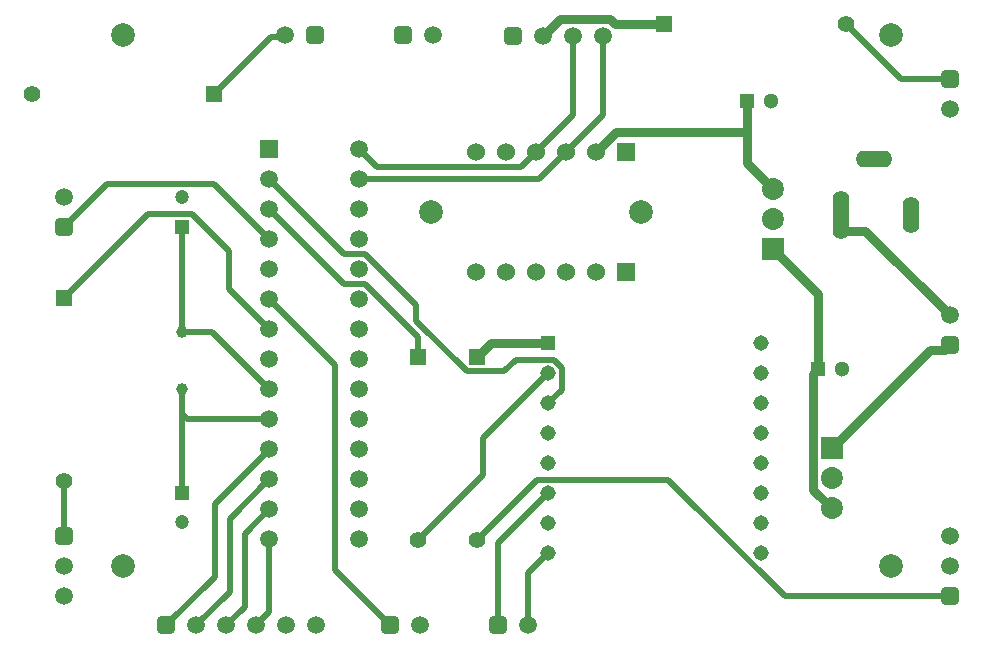
<source format=gtl>
G04*
G04 #@! TF.GenerationSoftware,Altium Limited,Altium Designer,25.1.2 (22)*
G04*
G04 Layer_Physical_Order=1*
G04 Layer_Color=255*
%FSLAX25Y25*%
%MOIN*%
G70*
G04*
G04 #@! TF.SameCoordinates,B7606435-976A-44DC-911F-35B296C07FD0*
G04*
G04*
G04 #@! TF.FilePolarity,Positive*
G04*
G01*
G75*
%ADD14C,0.01000*%
%ADD33C,0.05512*%
%ADD34R,0.05512X0.05512*%
%ADD36C,0.04724*%
%ADD37R,0.04724X0.04724*%
%ADD38R,0.05512X0.05512*%
%ADD39C,0.02000*%
%ADD40C,0.03000*%
G04:AMPARAMS|DCode=41|XSize=59.84mil|YSize=59.84mil|CornerRadius=14.96mil|HoleSize=0mil|Usage=FLASHONLY|Rotation=180.000|XOffset=0mil|YOffset=0mil|HoleType=Round|Shape=RoundedRectangle|*
%AMROUNDEDRECTD41*
21,1,0.05984,0.02992,0,0,180.0*
21,1,0.02992,0.05984,0,0,180.0*
1,1,0.02992,-0.01496,0.01496*
1,1,0.02992,0.01496,0.01496*
1,1,0.02992,0.01496,-0.01496*
1,1,0.02992,-0.01496,-0.01496*
%
%ADD41ROUNDEDRECTD41*%
%ADD42C,0.05984*%
G04:AMPARAMS|DCode=43|XSize=59.84mil|YSize=59.84mil|CornerRadius=14.96mil|HoleSize=0mil|Usage=FLASHONLY|Rotation=90.000|XOffset=0mil|YOffset=0mil|HoleType=Round|Shape=RoundedRectangle|*
%AMROUNDEDRECTD43*
21,1,0.05984,0.02992,0,0,90.0*
21,1,0.02992,0.05984,0,0,90.0*
1,1,0.02992,0.01496,0.01496*
1,1,0.02992,0.01496,-0.01496*
1,1,0.02992,-0.01496,-0.01496*
1,1,0.02992,-0.01496,0.01496*
%
%ADD43ROUNDEDRECTD43*%
%ADD44R,0.05906X0.05906*%
%ADD45C,0.05906*%
%ADD46C,0.07874*%
%ADD47R,0.06000X0.06000*%
%ADD48C,0.06000*%
%ADD49C,0.05150*%
%ADD50R,0.05150X0.05150*%
%ADD51O,0.05512X0.16142*%
%ADD52O,0.05512X0.12205*%
%ADD53O,0.12205X0.05512*%
%ADD54R,0.07323X0.07323*%
%ADD55C,0.07323*%
%ADD56R,0.05118X0.05118*%
%ADD57C,0.05118*%
%ADD58C,0.03965*%
D14*
X59055Y152559D02*
X59055Y152559D01*
X59055Y63976D02*
X59055Y63976D01*
D33*
X19685Y67992D02*
D03*
X137795Y48307D02*
D03*
X157480D02*
D03*
X280433Y220000D02*
D03*
X8937Y196850D02*
D03*
D34*
X19685Y128858D02*
D03*
X137795Y109173D02*
D03*
X157480D02*
D03*
D36*
X59055Y162402D02*
D03*
Y54134D02*
D03*
D37*
Y152559D02*
D03*
Y63976D02*
D03*
D38*
X219567Y220000D02*
D03*
X69803Y196850D02*
D03*
D39*
X164500Y19685D02*
Y47205D01*
X181035Y63740D01*
X174500Y19685D02*
Y37205D01*
X181035Y43740D01*
X109916Y38269D02*
X128500Y19685D01*
X109916Y38269D02*
Y106619D01*
X199400Y189715D02*
Y216200D01*
X187165Y177480D02*
X199400Y189715D01*
X189400D02*
Y216200D01*
X177165Y177480D02*
X189400Y189715D01*
X298583Y201850D02*
X314961D01*
X280433Y220000D02*
X298583Y201850D01*
X88110Y128425D02*
X109916Y106619D01*
X181035Y93740D02*
X185610Y98315D01*
Y105635D01*
X182930Y108315D02*
X185610Y105635D01*
X170362Y108315D02*
X182930D01*
X166464Y104417D02*
X170362Y108315D01*
X153896Y104417D02*
X166464D01*
X137029Y121284D02*
X153896Y104417D01*
X137029Y121284D02*
Y126511D01*
X120162Y143378D02*
X137029Y126511D01*
X113157Y143378D02*
X120162D01*
X88110Y168425D02*
X113157Y143378D01*
X88110Y158425D02*
X113063Y133472D01*
X120067D01*
X137795Y115744D01*
Y109173D02*
Y115744D01*
X259936Y29370D02*
X314961D01*
X220991Y68315D02*
X259936Y29370D01*
X177488Y68315D02*
X220991D01*
X157480Y48307D02*
X177488Y68315D01*
X173935Y20250D02*
X174500Y19685D01*
X181035Y43740D02*
X181600Y43175D01*
X159450Y82155D02*
X181035Y103740D01*
X159450Y69962D02*
Y82155D01*
X137795Y48307D02*
X159450Y69962D01*
X118110Y168425D02*
X178110D01*
X187165Y177480D01*
X118110Y178425D02*
X124055Y172480D01*
X172165D01*
X177165Y177480D01*
X92663Y215773D02*
X93425Y216535D01*
X88726Y215773D02*
X92663D01*
X69803Y196850D02*
X88726Y215773D01*
X53740Y19685D02*
X70000Y35945D01*
Y60000D01*
X88110Y78110D01*
Y78425D01*
X63740Y19685D02*
X75000Y30945D01*
Y55315D01*
X88110Y68425D01*
X73740Y19685D02*
X80000Y25945D01*
Y50315D01*
X88110Y58425D01*
X69772Y166764D02*
X88110Y148425D01*
X33968Y166764D02*
X69772D01*
X19685Y152480D02*
X33968Y166764D01*
X74804Y131731D02*
X88110Y118425D01*
X74804Y131731D02*
Y144363D01*
X62246Y156921D02*
X74804Y144363D01*
X47748Y156921D02*
X62246D01*
X19685Y128858D02*
X47748Y156921D01*
X59055Y117638D02*
X59055Y117638D01*
Y152559D01*
X68898Y117638D02*
X88110Y98425D01*
X59055Y117638D02*
X68898D01*
X59055Y90000D02*
X60630Y88425D01*
X88110D01*
X59055Y90000D02*
Y98425D01*
Y63976D02*
Y90000D01*
X59055Y98425D02*
X59055Y98425D01*
X19685Y49370D02*
Y67992D01*
X83740Y19685D02*
X88110Y24055D01*
Y48425D01*
D40*
X286835Y151236D02*
X314961Y123110D01*
X279932Y151236D02*
X286835D01*
X278772Y152396D02*
X279932Y151236D01*
X278772Y152396D02*
Y156500D01*
X203367Y220000D02*
X219567D01*
X201675Y221692D02*
X203367Y220000D01*
X184892Y221692D02*
X201675D01*
X179400Y216200D02*
X184892Y221692D01*
X271063Y105000D02*
Y130137D01*
X256200Y145000D02*
X271063Y130137D01*
X269429Y103366D02*
X271063Y105000D01*
X269429Y64902D02*
Y103366D01*
Y64902D02*
X275590Y58740D01*
X203854Y184169D02*
X247463D01*
X197165Y177480D02*
X203854Y184169D01*
X247463D02*
Y194600D01*
Y173737D02*
Y184169D01*
Y173737D02*
X256200Y165000D01*
X162047Y113740D02*
X181035D01*
X157480Y109173D02*
X162047Y113740D01*
X313469Y111618D02*
X314961Y113110D01*
X308469Y111618D02*
X313469D01*
X275590Y78740D02*
X308469Y111618D01*
X83740Y19685D02*
Y20493D01*
X92854Y215964D02*
X93425Y216535D01*
D41*
X103425D02*
D03*
X169400Y216200D02*
D03*
X132795Y216535D02*
D03*
X53740Y19685D02*
D03*
X128500D02*
D03*
X164500D02*
D03*
D42*
X93425Y216535D02*
D03*
X19685Y162480D02*
D03*
X179400Y216200D02*
D03*
X189400D02*
D03*
X199400D02*
D03*
X142795Y216535D02*
D03*
X314961Y191850D02*
D03*
X19685Y39370D02*
D03*
Y29370D02*
D03*
X314961Y39370D02*
D03*
Y49370D02*
D03*
Y123110D02*
D03*
X73740Y19685D02*
D03*
X63740D02*
D03*
X83740D02*
D03*
X93740D02*
D03*
X103740D02*
D03*
X138500D02*
D03*
X174500D02*
D03*
D43*
X19685Y152480D02*
D03*
X314961Y201850D02*
D03*
X19685Y49370D02*
D03*
X314961Y29370D02*
D03*
Y113110D02*
D03*
D44*
X88110Y178425D02*
D03*
D45*
Y168425D02*
D03*
Y158425D02*
D03*
Y148425D02*
D03*
Y138425D02*
D03*
Y128425D02*
D03*
Y118425D02*
D03*
Y108425D02*
D03*
Y98425D02*
D03*
Y88425D02*
D03*
Y78425D02*
D03*
Y68425D02*
D03*
Y58425D02*
D03*
Y48425D02*
D03*
X118110Y178425D02*
D03*
Y168425D02*
D03*
Y158425D02*
D03*
Y148425D02*
D03*
Y138425D02*
D03*
Y128425D02*
D03*
Y118425D02*
D03*
Y108425D02*
D03*
Y98425D02*
D03*
Y88425D02*
D03*
Y78425D02*
D03*
Y68425D02*
D03*
Y58425D02*
D03*
Y48425D02*
D03*
D46*
X142165Y157480D02*
D03*
X212165D02*
D03*
X39370Y39370D02*
D03*
X295276D02*
D03*
Y216535D02*
D03*
X39370D02*
D03*
D47*
X207165Y137480D02*
D03*
Y177480D02*
D03*
D48*
X197165Y137480D02*
D03*
X187165D02*
D03*
X177165D02*
D03*
X167165D02*
D03*
X157165D02*
D03*
X197165Y177480D02*
D03*
X187165D02*
D03*
X177165D02*
D03*
X167165D02*
D03*
X157165D02*
D03*
D49*
X181035Y83740D02*
D03*
Y73740D02*
D03*
X252035Y83740D02*
D03*
Y73740D02*
D03*
X181035Y63740D02*
D03*
Y93740D02*
D03*
X252035D02*
D03*
Y63740D02*
D03*
X181035Y103740D02*
D03*
X252035D02*
D03*
X181035Y53740D02*
D03*
X252035D02*
D03*
Y113740D02*
D03*
X181035Y43740D02*
D03*
X252035D02*
D03*
D50*
X181035Y113740D02*
D03*
D51*
X278772Y156500D02*
D03*
D52*
X302000D02*
D03*
D53*
X289795Y175004D02*
D03*
D54*
X256200Y145000D02*
D03*
X275590Y78740D02*
D03*
D55*
X256200Y155000D02*
D03*
Y165000D02*
D03*
X275590Y68740D02*
D03*
Y58740D02*
D03*
D56*
X247463Y194600D02*
D03*
X271063Y105000D02*
D03*
D57*
X255337Y194600D02*
D03*
X278937Y105000D02*
D03*
D58*
X59055Y117638D02*
D03*
Y98425D02*
D03*
M02*

</source>
